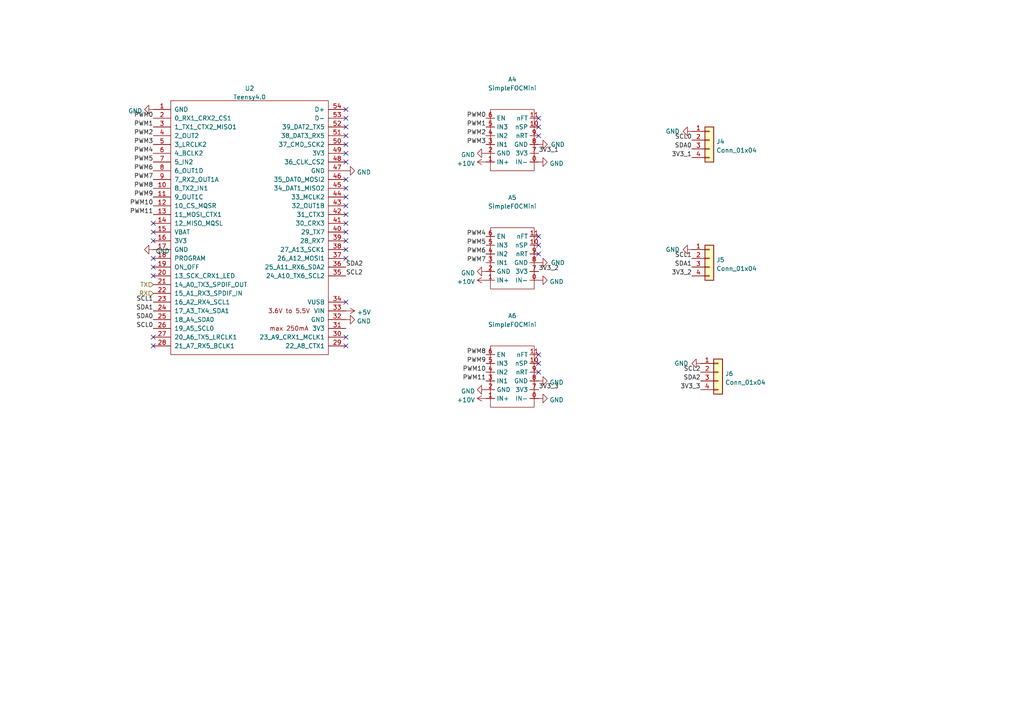
<source format=kicad_sch>
(kicad_sch (version 20211123) (generator eeschema)
  (paper "A4")
  (lib_symbols
    (symbol "Connector_Generic:Conn_01x04" (pin_names (offset 1.016) hide)
      (property "Reference" "J" (at 0 5.08 0))
      (property "Value" "Conn_01x04" (at 0 -7.62 0))
      (symbol "Conn_01x04_1_1"
        (rectangle (start -1.27 -4.953) (end 0 -5.207) (stroke (width 0.1524)))
        (rectangle (start -1.27 -2.413) (end 0 -2.667) (stroke (width 0.1524)))
        (rectangle (start -1.27 0.127) (end 0 -0.127) (stroke (width 0.1524)))
        (rectangle (start -1.27 2.667) (end 0 2.413) (stroke (width 0.1524)))
        (rectangle (start -1.27 3.81) (end 1.27 -6.35) (stroke (width 0.254)) (fill (type background)))
        (pin passive line (at -5.08 2.54 0) (length 3.81) (name "Pin_1") (number "1"))
        (pin passive line (at -5.08 0 0) (length 3.81) (name "Pin_2") (number "2"))
        (pin passive line (at -5.08 -2.54 0) (length 3.81) (name "Pin_3") (number "3"))
        (pin passive line (at -5.08 -5.08 0) (length 3.81) (name "Pin_4") (number "4"))
      )
    )
    (symbol "SimpleFOCMini:SimpleFOCMini"
      (property "Reference" "A" (at 0 13.97 0))
      (property "Value" "SimpleFOCMini" (at -1.27 15.24 0))
      (symbol "SimpleFOCMini_0_1"
        (rectangle (start -6.35 8.89) (end 6.35 -8.89) (stroke (width 0.1524)))
      )
      (symbol "SimpleFOCMini_1_1"
        (pin output line (at -7.62 -6.35 0) (length 2.54) (name "IN-") (number "0"))
        (pin input line (at 7.62 -6.35 180) (length 2.54) (name "IN+") (number "1"))
        (pin output line (at -7.62 3.81 0) (length 2.54) (name "nSP") (number "10"))
        (pin output line (at -7.62 6.35 0) (length 2.54) (name "nFT") (number "11"))
        (pin output line (at 7.62 -3.81 180) (length 2.54) (name "GND") (number "2"))
        (pin input line (at 7.62 -1.27 180) (length 2.54) (name "IN1") (number "3"))
        (pin input line (at 7.62 1.27 180) (length 2.54) (name "IN2") (number "4"))
        (pin input line (at 7.62 3.81 180) (length 2.54) (name "IN3") (number "5"))
        (pin input line (at 7.62 6.35 180) (length 2.54) (name "EN") (number "6"))
        (pin output line (at -7.62 -3.81 0) (length 2.54) (name "3V3") (number "7"))
        (pin output line (at -7.62 -1.27 0) (length 2.54) (name "GND") (number "8"))
        (pin output line (at -7.62 1.27 0) (length 2.54) (name "nRT") (number "9"))
      )
    )
    (symbol "SimpleFOCMini_1"
      (property "Reference" "A" (at 0 13.97 0))
      (property "Value" "SimpleFOCMini_1" (at -1.27 15.24 0))
      (symbol "SimpleFOCMini_1_0_1"
        (rectangle (start -6.35 8.89) (end 6.35 -8.89) (stroke (width 0.1524)))
      )
      (symbol "SimpleFOCMini_1_1_1"
        (pin output line (at -7.62 -6.35 0) (length 2.54) (name "IN-") (number "0"))
        (pin input line (at 7.62 -6.35 180) (length 2.54) (name "IN+") (number "1"))
        (pin output line (at -7.62 3.81 0) (length 2.54) (name "nSP") (number "10"))
        (pin output line (at -7.62 6.35 0) (length 2.54) (name "nFT") (number "11"))
        (pin output line (at 7.62 -3.81 180) (length 2.54) (name "GND") (number "2"))
        (pin input line (at 7.62 -1.27 180) (length 2.54) (name "IN1") (number "3"))
        (pin input line (at 7.62 1.27 180) (length 2.54) (name "IN2") (number "4"))
        (pin input line (at 7.62 3.81 180) (length 2.54) (name "IN3") (number "5"))
        (pin input line (at 7.62 6.35 180) (length 2.54) (name "EN") (number "6"))
        (pin output line (at -7.62 -3.81 0) (length 2.54) (name "3V3") (number "7"))
        (pin output line (at -7.62 -1.27 0) (length 2.54) (name "GND") (number "8"))
        (pin output line (at -7.62 1.27 0) (length 2.54) (name "nRT") (number "9"))
      )
    )
    (symbol "SimpleFOCMini_2"
      (property "Reference" "A" (at 0 13.97 0))
      (property "Value" "SimpleFOCMini_2" (at -1.27 15.24 0))
      (symbol "SimpleFOCMini_2_0_1"
        (rectangle (start -6.35 8.89) (end 6.35 -8.89) (stroke (width 0.1524)))
      )
      (symbol "SimpleFOCMini_2_1_1"
        (pin output line (at -7.62 -6.35 0) (length 2.54) (name "IN-") (number "0"))
        (pin input line (at 7.62 -6.35 180) (length 2.54) (name "IN+") (number "1"))
        (pin output line (at -7.62 3.81 0) (length 2.54) (name "nSP") (number "10"))
        (pin output line (at -7.62 6.35 0) (length 2.54) (name "nFT") (number "11"))
        (pin output line (at 7.62 -3.81 180) (length 2.54) (name "GND") (number "2"))
        (pin input line (at 7.62 -1.27 180) (length 2.54) (name "IN1") (number "3"))
        (pin input line (at 7.62 1.27 180) (length 2.54) (name "IN2") (number "4"))
        (pin input line (at 7.62 3.81 180) (length 2.54) (name "IN3") (number "5"))
        (pin input line (at 7.62 6.35 180) (length 2.54) (name "EN") (number "6"))
        (pin output line (at -7.62 -3.81 0) (length 2.54) (name "3V3") (number "7"))
        (pin output line (at -7.62 -1.27 0) (length 2.54) (name "GND") (number "8"))
        (pin output line (at -7.62 1.27 0) (length 2.54) (name "nRT") (number "9"))
      )
    )
    (symbol "power:+10V" (power) (pin_names (offset 0))
      (property "Value" "+10V" (at 0 3.556 0))
      (symbol "+10V_0_1"
        (polyline (pts (xy -0.762 1.27) (xy 0 2.54)))
        (polyline (pts (xy 0 0) (xy 0 2.54)))
        (polyline (pts (xy 0 2.54) (xy 0.762 1.27)))
      )
      (symbol "+10V_1_1"
        (pin power_in line (at 0 0 90) (length 0) hide (name "+10V") (number "1"))
      )
    )
    (symbol "power:+5V" (power) (pin_names (offset 0))
      (property "Value" "+5V" (at 0 3.556 0))
      (symbol "+5V_0_1"
        (polyline (pts (xy -0.762 1.27) (xy 0 2.54)))
        (polyline (pts (xy 0 0) (xy 0 2.54)))
        (polyline (pts (xy 0 2.54) (xy 0.762 1.27)))
      )
      (symbol "+5V_1_1"
        (pin power_in line (at 0 0 90) (length 0) hide (name "+5V") (number "1"))
      )
    )
    (symbol "power:GND" (power) (pin_names (offset 0))
      (property "Value" "GND" (at 0 -3.81 0))
      (symbol "GND_0_1"
        (polyline (pts (xy 0 0) (xy 0 -1.27) (xy 1.27 -1.27) (xy 0 -2.54) (xy -1.27 -1.27) (xy 0 -1.27)))
      )
      (symbol "GND_1_1"
        (pin power_in line (at 0 0 270) (length 0) hide (name "GND") (number "1"))
      )
    )
    (symbol "teensy:Teensy4.0" (pin_names (offset 1.016))
      (property "Reference" "U" (at 0 39.37 0))
      (property "Value" "Teensy4.0" (at 0 -39.37 0))
      (symbol "Teensy4.0_0_0"
        (text "3.6V to 5.5V" (at 11.43 -24.13 0) (effects (font (size 1.27 1.27))))
        (text "max 250mA" (at 11.43 -29.21 0) (effects (font (size 1.27 1.27))))
        (pin bidirectional line (at -27.94 11.43 0) (length 5.08) (name "8_TX2_IN1") (number "10"))
        (pin bidirectional line (at -27.94 8.89 0) (length 5.08) (name "9_OUT1C") (number "11"))
        (pin bidirectional line (at -27.94 6.35 0) (length 5.08) (name "10_CS_MQSR") (number "12"))
        (pin bidirectional line (at -27.94 3.81 0) (length 5.08) (name "11_MOSI_CTX1") (number "13"))
        (pin bidirectional line (at -27.94 1.27 0) (length 5.08) (name "12_MISO_MQSL") (number "14"))
        (pin power_in line (at -27.94 -1.27 0) (length 5.08) (name "VBAT") (number "15"))
        (pin power_in line (at -27.94 -3.81 0) (length 5.08) (name "3V3") (number "16"))
        (pin power_in line (at -27.94 -6.35 0) (length 5.08) (name "GND") (number "17"))
        (pin input line (at -27.94 -8.89 0) (length 5.08) (name "PROGRAM") (number "18"))
        (pin input line (at -27.94 -11.43 0) (length 5.08) (name "ON_OFF") (number "19"))
        (pin bidirectional line (at -27.94 -13.97 0) (length 5.08) (name "13_SCK_CRX1_LED") (number "20"))
        (pin bidirectional line (at -27.94 -16.51 0) (length 5.08) (name "14_A0_TX3_SPDIF_OUT") (number "21"))
        (pin bidirectional line (at -27.94 -19.05 0) (length 5.08) (name "15_A1_RX3_SPDIF_IN") (number "22"))
        (pin bidirectional line (at -27.94 -21.59 0) (length 5.08) (name "16_A2_RX4_SCL1") (number "23"))
        (pin bidirectional line (at -27.94 -24.13 0) (length 5.08) (name "17_A3_TX4_SDA1") (number "24"))
        (pin bidirectional line (at -27.94 -26.67 0) (length 5.08) (name "18_A4_SDA0") (number "25"))
        (pin bidirectional line (at -27.94 -29.21 0) (length 5.08) (name "19_A5_SCL0") (number "26"))
        (pin bidirectional line (at -27.94 -31.75 0) (length 5.08) (name "20_A6_TX5_LRCLK1") (number "27"))
        (pin bidirectional line (at -27.94 -34.29 0) (length 5.08) (name "21_A7_RX5_BCLK1") (number "28"))
        (pin bidirectional line (at 27.94 -34.29 180) (length 5.08) (name "22_A8_CTX1") (number "29"))
        (pin bidirectional line (at 27.94 -31.75 180) (length 5.08) (name "23_A9_CRX1_MCLK1") (number "30"))
        (pin power_out line (at 27.94 -29.21 180) (length 5.08) (name "3V3") (number "31"))
        (pin power_in line (at 27.94 -26.67 180) (length 5.08) (name "GND") (number "32"))
        (pin power_in line (at 27.94 -24.13 180) (length 5.08) (name "VIN") (number "33"))
        (pin power_out line (at 27.94 -21.59 180) (length 5.08) (name "VUSB") (number "34"))
        (pin bidirectional line (at 27.94 -13.97 180) (length 5.08) (name "24_A10_TX6_SCL2") (number "35"))
        (pin bidirectional line (at 27.94 -11.43 180) (length 5.08) (name "25_A11_RX6_SDA2") (number "36"))
        (pin bidirectional line (at 27.94 -8.89 180) (length 5.08) (name "26_A12_MOSI1") (number "37"))
        (pin bidirectional line (at 27.94 -6.35 180) (length 5.08) (name "27_A13_SCK1") (number "38"))
        (pin bidirectional line (at 27.94 -3.81 180) (length 5.08) (name "28_RX7") (number "39"))
        (pin bidirectional line (at 27.94 -1.27 180) (length 5.08) (name "29_TX7") (number "40"))
        (pin bidirectional line (at 27.94 1.27 180) (length 5.08) (name "30_CRX3") (number "41"))
        (pin bidirectional line (at 27.94 3.81 180) (length 5.08) (name "31_CTX3") (number "42"))
        (pin bidirectional line (at 27.94 6.35 180) (length 5.08) (name "32_OUT1B") (number "43"))
        (pin bidirectional line (at 27.94 8.89 180) (length 5.08) (name "33_MCLK2") (number "44"))
        (pin bidirectional line (at 27.94 11.43 180) (length 5.08) (name "34_DAT1_MISO2") (number "45"))
        (pin bidirectional line (at 27.94 13.97 180) (length 5.08) (name "35_DAT0_MOSI2") (number "46"))
        (pin power_out line (at 27.94 16.51 180) (length 5.08) (name "GND") (number "47"))
        (pin bidirectional line (at 27.94 19.05 180) (length 5.08) (name "36_CLK_CS2") (number "48"))
        (pin power_out line (at 27.94 21.59 180) (length 5.08) (name "3V3") (number "49"))
        (pin bidirectional line (at -27.94 24.13 0) (length 5.08) (name "3_LRCLK2") (number "5"))
        (pin bidirectional line (at 27.94 24.13 180) (length 5.08) (name "37_CMD_SCK2") (number "50"))
        (pin bidirectional line (at 27.94 26.67 180) (length 5.08) (name "38_DAT3_RX5") (number "51"))
        (pin bidirectional line (at 27.94 29.21 180) (length 5.08) (name "39_DAT2_TX5") (number "52"))
        (pin bidirectional line (at 27.94 31.75 180) (length 5.08) (name "D-") (number "53"))
        (pin bidirectional line (at 27.94 34.29 180) (length 5.08) (name "D+") (number "54"))
        (pin bidirectional line (at -27.94 21.59 0) (length 5.08) (name "4_BCLK2") (number "6"))
        (pin bidirectional line (at -27.94 19.05 0) (length 5.08) (name "5_IN2") (number "7"))
        (pin bidirectional line (at -27.94 16.51 0) (length 5.08) (name "6_OUT1D") (number "8"))
        (pin bidirectional line (at -27.94 13.97 0) (length 5.08) (name "7_RX2_OUT1A") (number "9"))
      )
      (symbol "Teensy4.0_0_1"
        (rectangle (start -22.86 36.83) (end 22.86 -36.83))
        (rectangle (start -20.32 -31.75) (end -20.32 -31.75))
      )
      (symbol "Teensy4.0_1_1"
        (pin power_in line (at -27.94 34.29 0) (length 5.08) (name "GND") (number "1"))
        (pin bidirectional line (at -27.94 31.75 0) (length 5.08) (name "0_RX1_CRX2_CS1") (number "2"))
        (pin bidirectional line (at -27.94 29.21 0) (length 5.08) (name "1_TX1_CTX2_MISO1") (number "3"))
        (pin bidirectional line (at -27.94 26.67 0) (length 5.08) (name "2_OUT2") (number "4"))
      )
    )
  )
  (no_connect (at 100.33 57.15))
  (no_connect (at 100.33 74.93))
  (no_connect (at 100.33 39.37))
  (no_connect (at 100.33 31.75))
  (no_connect (at 44.45 67.31))
  (no_connect (at 156.21 102.87))
  (no_connect (at 156.21 105.41))
  (no_connect (at 156.21 107.95))
  (no_connect (at 100.33 41.91))
  (no_connect (at 100.33 54.61))
  (no_connect (at 100.33 46.99))
  (no_connect (at 44.45 69.85))
  (no_connect (at 44.45 74.93))
  (no_connect (at 44.45 80.01))
  (no_connect (at 44.45 77.47))
  (no_connect (at 100.33 44.45))
  (no_connect (at 100.33 64.77))
  (no_connect (at 100.33 69.85))
  (no_connect (at 44.45 64.77))
  (no_connect (at 156.21 73.66))
  (no_connect (at 156.21 68.58))
  (no_connect (at 156.21 71.12))
  (no_connect (at 156.21 39.37))
  (no_connect (at 156.21 34.29))
  (no_connect (at 156.21 36.83))
  (no_connect (at 100.33 52.07))
  (no_connect (at 100.33 62.23))
  (no_connect (at 100.33 34.29))
  (no_connect (at 100.33 72.39))
  (no_connect (at 44.45 100.33))
  (no_connect (at 44.45 97.79))
  (no_connect (at 100.33 100.33))
  (no_connect (at 100.33 97.79))
  (no_connect (at 100.33 87.63))
  (no_connect (at 100.33 36.83))
  (no_connect (at 100.33 67.31))
  (no_connect (at 100.33 59.69))
  (label "SCL0" (at 44.45 95.25 180))
  (label "PWM9" (at 44.45 57.15 180))
  (label "PWM4" (at 140.97 68.58 180))
  (label "3V3_3" (at 203.2 113.03 180))
  (label "SDA1" (at 44.45 90.17 180))
  (label "SCL0" (at 200.66 40.64 180))
  (label "3V3_3" (at 156.21 113.03 0))
  (label "3V3_1" (at 200.66 45.72 180))
  (label "3V3_2" (at 156.21 78.74 0))
  (label "SDA2" (at 203.2 110.49 180))
  (label "PWM7" (at 44.45 52.07 180))
  (label "SDA2" (at 100.33 77.47 0))
  (label "PWM5" (at 44.45 46.99 180))
  (label "SCL1" (at 200.66 74.93 180))
  (label "PWM3" (at 140.97 41.91 180))
  (label "PWM3" (at 44.45 41.91 180))
  (label "SDA1" (at 200.66 77.47 180))
  (label "SCL2" (at 203.2 107.95 180))
  (label "PWM1" (at 44.45 36.83 180))
  (label "PWM11" (at 140.97 110.49 180))
  (label "PWM8" (at 140.97 102.87 180))
  (label "PWM1" (at 140.97 36.83 180))
  (label "PWM6" (at 44.45 49.53 180))
  (label "PWM9" (at 140.97 105.41 180))
  (label "PWM5" (at 140.97 71.12 180))
  (label "SCL1" (at 44.45 87.63 180))
  (label "PWM2" (at 44.45 39.37 180))
  (label "PWM11" (at 44.45 62.23 180))
  (label "PWM2" (at 140.97 39.37 180))
  (label "PWM7" (at 140.97 76.2 180))
  (label "3V3_2" (at 200.66 80.01 180))
  (label "PWM6" (at 140.97 73.66 180))
  (label "PWM10" (at 44.45 59.69 180))
  (label "PWM4" (at 44.45 44.45 180))
  (label "3V3_1" (at 156.21 44.45 0))
  (label "SCL2" (at 100.33 80.01 0))
  (label "SDA0" (at 44.45 92.71 180))
  (label "PWM8" (at 44.45 54.61 180))
  (label "PWM10" (at 140.97 107.95 180))
  (label "SDA0" (at 200.66 43.18 180))
  (label "PWM0" (at 140.97 34.29 180))
  (label "PWM0" (at 44.45 34.29 180))
  (hierarchical_label "RX" (shape input) (at 44.45 85.09 180))
  (hierarchical_label "TX" (shape input) (at 44.45 82.55 180))
  (symbol (lib_id "power:GND") (at 156.21 110.49 90) (unit 1)
    (property "Reference" "#PWR0137" (effects hide))
    (property "Value" "GND" (at 159.385 110.9238 90) (effects (justify right)))
  )
  (symbol (lib_id "power:GND") (at 156.21 46.99 90) (unit 1)
    (property "Reference" "#PWR0131" (effects hide))
    (property "Value" "GND" (at 159.385 47.4238 90) (effects (justify right)))
  )
  (symbol (lib_id "Connector_Generic:Conn_01x04") (at 205.74 74.93 0) (unit 1)
    (property "Reference" "J5" (at 207.772 75.3653 0) (effects (justify left)))
    (property "Value" "Conn_01x04" (at 207.772 77.9022 0) (effects (justify left)))
    (property "Footprint" "Connector_JST:JST_XH_S4B-XH-A-1_1x04_P2.50mm_Horizontal" (effects hide))
  )
  (symbol (lib_id "power:+10V") (at 140.97 81.28 90) (unit 1)
    (property "Reference" "#PWR0123" (effects hide))
    (property "Value" "+10V" (at 137.795 81.7138 90) (effects (justify left)))
  )
  (symbol (lib_id "power:GND") (at 156.21 41.91 90) (unit 1)
    (property "Reference" "#PWR0132" (effects hide))
    (property "Value" "GND" (at 163.83 41.91 90) (effects (justify left)))
  )
  (symbol (lib_id "power:GND") (at 200.66 72.39 270) (unit 1)
    (property "Reference" "#PWR0130" (effects hide))
    (property "Value" "GND" (at 193.04 72.39 90) (effects (justify left)))
  )
  (symbol (lib_id "power:GND") (at 156.21 76.2 90) (unit 1)
    (property "Reference" "#PWR0133" (effects hide))
    (property "Value" "GND" (at 163.83 76.2 90) (effects (justify left)))
  )
  (symbol (lib_id "power:GND") (at 140.97 44.45 270) (unit 1)
    (property "Reference" "#PWR0127" (effects hide))
    (property "Value" "GND" (at 137.7951 44.8838 90) (effects (justify right)))
  )
  (symbol (lib_id "power:GND") (at 156.21 115.57 90) (unit 1)
    (property "Reference" "#PWR0136" (effects hide))
    (property "Value" "GND" (at 159.385 116.0038 90) (effects (justify right)))
  )
  (symbol (lib_id "power:GND") (at 203.2 105.41 270) (unit 1)
    (property "Reference" "#PWR0140" (effects hide))
    (property "Value" "GND" (at 195.58 105.41 90) (effects (justify left)))
  )
  (symbol (lib_id "Connector_Generic:Conn_01x04") (at 208.28 107.95 0) (unit 1)
    (property "Reference" "J6" (at 210.312 108.3853 0) (effects (justify left)))
    (property "Value" "Conn_01x04" (at 210.312 110.9222 0) (effects (justify left)))
    (property "Footprint" "Connector_JST:JST_XH_S4B-XH-A-1_1x04_P2.50mm_Horizontal" (effects hide))
  )
  (symbol (lib_name "SimpleFOCMini_2") (lib_id "SimpleFOCMini:SimpleFOCMini") (at 148.59 74.93 0) (mirror y) (unit 1)
    (property "Reference" "A5" (at 148.59 57.311 0))
    (property "Value" "SimpleFOCMini" (at 148.59 59.8479 0))
    (property "Footprint" "SimpleFOCMini:SimpleFOCMini" (effects hide))
  )
  (symbol (lib_id "SimpleFOCMini:SimpleFOCMini") (at 148.59 109.22 0) (mirror y) (unit 1)
    (property "Reference" "A6" (at 148.59 91.601 0))
    (property "Value" "SimpleFOCMini" (at 148.59 94.1379 0))
    (property "Footprint" "SimpleFOCMini:SimpleFOCMini" (effects hide))
  )
  (symbol (lib_name "SimpleFOCMini_1") (lib_id "SimpleFOCMini:SimpleFOCMini") (at 148.59 40.64 0) (mirror y) (unit 1)
    (property "Reference" "A4" (at 148.59 23.021 0))
    (property "Value" "SimpleFOCMini" (at 148.59 25.5579 0))
    (property "Footprint" "SimpleFOCMini:SimpleFOCMini" (effects hide))
  )
  (symbol (lib_id "power:GND") (at 44.45 72.39 270) (unit 1)
    (property "Reference" "#PWR0128" (effects hide))
    (property "Value" "GND" (at 45.085 72.8238 90) (effects (justify left)))
  )
  (symbol (lib_id "power:+10V") (at 140.97 115.57 90) (unit 1)
    (property "Reference" "#PWR0138" (effects hide))
    (property "Value" "+10V" (at 137.795 116.0038 90) (effects (justify left)))
  )
  (symbol (lib_id "power:GND") (at 140.97 113.03 270) (unit 1)
    (property "Reference" "#PWR0135" (effects hide))
    (property "Value" "GND" (at 137.7951 113.4638 90) (effects (justify right)))
  )
  (symbol (lib_id "power:+10V") (at 140.97 46.99 90) (unit 1)
    (property "Reference" "#PWR0122" (effects hide))
    (property "Value" "+10V" (at 137.795 47.4238 90) (effects (justify left)))
  )
  (symbol (lib_id "power:GND") (at 100.33 49.53 90) (unit 1)
    (property "Reference" "#PWR0121" (effects hide))
    (property "Value" "GND" (at 103.505 49.9638 90) (effects (justify right)))
  )
  (symbol (lib_id "power:GND") (at 156.21 81.28 90) (unit 1)
    (property "Reference" "#PWR0134" (effects hide))
    (property "Value" "GND" (at 159.385 81.7138 90) (effects (justify right)))
  )
  (symbol (lib_id "power:GND") (at 100.33 92.71 90) (unit 1)
    (property "Reference" "#PWR0126" (effects hide))
    (property "Value" "GND" (at 103.505 93.1438 90) (effects (justify right)))
  )
  (symbol (lib_id "power:GND") (at 140.97 78.74 270) (unit 1)
    (property "Reference" "#PWR0124" (effects hide))
    (property "Value" "GND" (at 137.7951 79.1738 90) (effects (justify right)))
  )
  (symbol (lib_id "power:GND") (at 44.45 31.75 270) (unit 1)
    (property "Reference" "#PWR0129" (effects hide))
    (property "Value" "GND" (at 41.2751 32.1838 90) (effects (justify right)))
  )
  (symbol (lib_id "power:GND") (at 200.66 38.1 270) (unit 1)
    (property "Reference" "#PWR0139" (effects hide))
    (property "Value" "GND" (at 193.04 38.1 90) (effects (justify left)))
  )
  (symbol (lib_id "Connector_Generic:Conn_01x04") (at 205.74 40.64 0) (unit 1)
    (property "Reference" "J4" (at 207.772 41.0753 0) (effects (justify left)))
    (property "Value" "Conn_01x04" (at 207.772 43.6122 0) (effects (justify left)))
    (property "Footprint" "Connector_JST:JST_XH_S4B-XH-A-1_1x04_P2.50mm_Horizontal" (effects hide))
  )
  (symbol (lib_id "power:+5V") (at 100.33 90.17 270) (unit 1)
    (property "Reference" "#PWR0125" (effects hide))
    (property "Value" "+5V" (at 103.505 90.6038 90) (effects (justify left)))
  )
  (symbol (lib_id "teensy:Teensy4.0") (at 72.39 66.04 0) (unit 1)
    (property "Reference" "U2" (at 72.39 25.6372 0))
    (property "Value" "Teensy4.0" (at 72.39 28.1741 0))
    (property "Footprint" "Teensy:Teensy40" (effects hide))
  )
)
</source>
